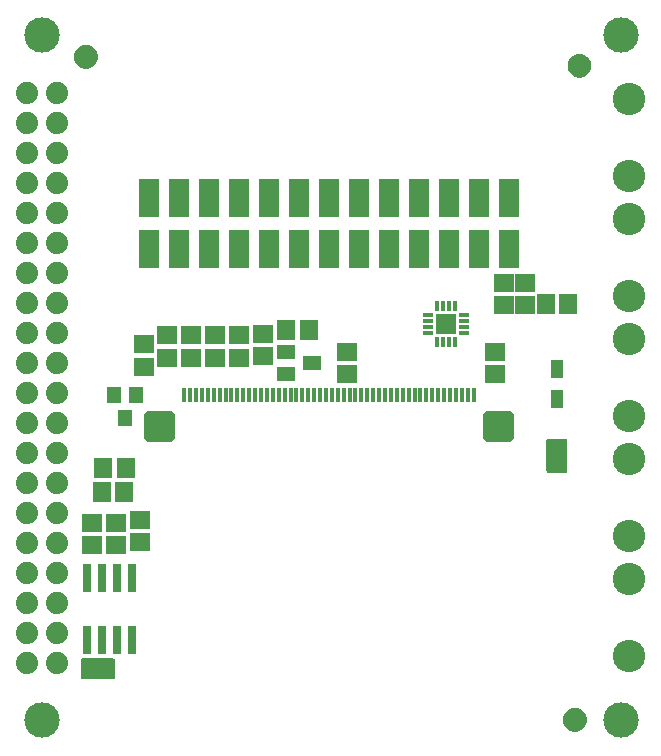
<source format=gbr>
G04 EAGLE Gerber RS-274X export*
G75*
%MOMM*%
%FSLAX34Y34*%
%LPD*%
%INSoldermask Top*%
%IPPOS*%
%AMOC8*
5,1,8,0,0,1.08239X$1,22.5*%
G01*
%ADD10R,1.703200X1.503200*%
%ADD11C,1.203200*%
%ADD12C,0.500000*%
%ADD13R,1.503200X1.703200*%
%ADD14R,1.603200X1.203200*%
%ADD15C,0.806991*%
%ADD16R,0.300000X1.300000*%
%ADD17R,1.703200X1.703200*%
%ADD18R,0.880000X0.350000*%
%ADD19R,0.350000X0.880000*%
%ADD20C,2.743200*%
%ADD21C,3.003200*%
%ADD22C,1.879600*%
%ADD23R,1.727200X3.251200*%
%ADD24R,1.203200X1.403200*%
%ADD25R,0.803200X2.403200*%
%ADD26R,1.371600X1.803400*%
%ADD27R,0.838200X0.406400*%
%ADD28R,1.803400X1.371600*%
%ADD29R,0.406400X0.838200*%
%ADD30R,1.003200X1.553200*%

G36*
X483988Y245126D02*
X483988Y245126D01*
X484107Y245133D01*
X484145Y245146D01*
X484186Y245151D01*
X484296Y245194D01*
X484409Y245231D01*
X484444Y245253D01*
X484481Y245268D01*
X484577Y245338D01*
X484678Y245401D01*
X484706Y245431D01*
X484739Y245454D01*
X484815Y245546D01*
X484896Y245633D01*
X484916Y245668D01*
X484941Y245699D01*
X484992Y245807D01*
X485050Y245911D01*
X485060Y245951D01*
X485077Y245987D01*
X485099Y246104D01*
X485129Y246219D01*
X485133Y246280D01*
X485137Y246300D01*
X485135Y246320D01*
X485139Y246380D01*
X485139Y271780D01*
X485124Y271898D01*
X485117Y272017D01*
X485104Y272055D01*
X485099Y272096D01*
X485056Y272206D01*
X485019Y272319D01*
X484997Y272354D01*
X484982Y272391D01*
X484913Y272487D01*
X484849Y272588D01*
X484819Y272616D01*
X484796Y272649D01*
X484704Y272725D01*
X484617Y272806D01*
X484582Y272826D01*
X484551Y272851D01*
X484443Y272902D01*
X484339Y272960D01*
X484299Y272970D01*
X484263Y272987D01*
X484146Y273009D01*
X484031Y273039D01*
X483971Y273043D01*
X483951Y273047D01*
X483930Y273045D01*
X483870Y273049D01*
X468630Y273049D01*
X468512Y273034D01*
X468393Y273027D01*
X468355Y273014D01*
X468314Y273009D01*
X468204Y272966D01*
X468091Y272929D01*
X468056Y272907D01*
X468019Y272892D01*
X467923Y272823D01*
X467822Y272759D01*
X467794Y272729D01*
X467761Y272706D01*
X467686Y272614D01*
X467604Y272527D01*
X467584Y272492D01*
X467559Y272461D01*
X467508Y272353D01*
X467450Y272249D01*
X467440Y272209D01*
X467423Y272173D01*
X467401Y272056D01*
X467371Y271941D01*
X467367Y271881D01*
X467363Y271861D01*
X467364Y271849D01*
X467363Y271846D01*
X467364Y271833D01*
X467361Y271780D01*
X467361Y246380D01*
X467376Y246262D01*
X467383Y246143D01*
X467396Y246105D01*
X467401Y246064D01*
X467444Y245954D01*
X467481Y245841D01*
X467503Y245806D01*
X467518Y245769D01*
X467588Y245673D01*
X467651Y245572D01*
X467681Y245544D01*
X467704Y245511D01*
X467796Y245436D01*
X467883Y245354D01*
X467918Y245334D01*
X467949Y245309D01*
X468057Y245258D01*
X468161Y245200D01*
X468201Y245190D01*
X468237Y245173D01*
X468354Y245151D01*
X468469Y245121D01*
X468530Y245117D01*
X468550Y245113D01*
X468570Y245115D01*
X468630Y245111D01*
X483870Y245111D01*
X483988Y245126D01*
G37*
G36*
X100448Y69866D02*
X100448Y69866D01*
X100567Y69873D01*
X100605Y69886D01*
X100646Y69891D01*
X100756Y69934D01*
X100869Y69971D01*
X100904Y69993D01*
X100941Y70008D01*
X101037Y70078D01*
X101138Y70141D01*
X101166Y70171D01*
X101199Y70194D01*
X101275Y70286D01*
X101356Y70373D01*
X101376Y70408D01*
X101401Y70439D01*
X101452Y70547D01*
X101510Y70651D01*
X101520Y70691D01*
X101537Y70727D01*
X101559Y70844D01*
X101589Y70959D01*
X101593Y71020D01*
X101597Y71040D01*
X101595Y71060D01*
X101599Y71120D01*
X101599Y86360D01*
X101584Y86478D01*
X101577Y86597D01*
X101564Y86635D01*
X101559Y86676D01*
X101516Y86786D01*
X101479Y86899D01*
X101457Y86934D01*
X101442Y86971D01*
X101373Y87067D01*
X101309Y87168D01*
X101279Y87196D01*
X101256Y87229D01*
X101164Y87305D01*
X101077Y87386D01*
X101042Y87406D01*
X101011Y87431D01*
X100903Y87482D01*
X100799Y87540D01*
X100759Y87550D01*
X100723Y87567D01*
X100606Y87589D01*
X100491Y87619D01*
X100431Y87623D01*
X100411Y87627D01*
X100390Y87625D01*
X100330Y87629D01*
X74930Y87629D01*
X74812Y87614D01*
X74693Y87607D01*
X74655Y87594D01*
X74614Y87589D01*
X74504Y87546D01*
X74391Y87509D01*
X74356Y87487D01*
X74319Y87472D01*
X74223Y87403D01*
X74122Y87339D01*
X74094Y87309D01*
X74061Y87286D01*
X73986Y87194D01*
X73904Y87107D01*
X73884Y87072D01*
X73859Y87041D01*
X73808Y86933D01*
X73750Y86829D01*
X73740Y86789D01*
X73723Y86753D01*
X73701Y86636D01*
X73671Y86521D01*
X73667Y86461D01*
X73663Y86441D01*
X73664Y86434D01*
X73663Y86432D01*
X73664Y86416D01*
X73661Y86360D01*
X73661Y71120D01*
X73676Y71002D01*
X73683Y70883D01*
X73696Y70845D01*
X73701Y70804D01*
X73744Y70694D01*
X73781Y70581D01*
X73803Y70546D01*
X73818Y70509D01*
X73888Y70413D01*
X73951Y70312D01*
X73981Y70284D01*
X74004Y70251D01*
X74096Y70176D01*
X74183Y70094D01*
X74218Y70074D01*
X74249Y70049D01*
X74357Y69998D01*
X74461Y69940D01*
X74501Y69930D01*
X74537Y69913D01*
X74654Y69891D01*
X74769Y69861D01*
X74830Y69857D01*
X74850Y69853D01*
X74870Y69855D01*
X74930Y69851D01*
X100330Y69851D01*
X100448Y69866D01*
G37*
D10*
X146050Y361290D03*
X146050Y342290D03*
X166370Y361290D03*
X166370Y342290D03*
X186690Y361290D03*
X186690Y342290D03*
X207010Y361290D03*
X207010Y342290D03*
X449580Y386740D03*
X449580Y405740D03*
D11*
X77470Y596900D03*
D12*
X77470Y589400D02*
X77651Y589402D01*
X77832Y589409D01*
X78013Y589420D01*
X78194Y589435D01*
X78374Y589455D01*
X78554Y589479D01*
X78733Y589507D01*
X78911Y589540D01*
X79088Y589577D01*
X79265Y589618D01*
X79440Y589663D01*
X79615Y589713D01*
X79788Y589767D01*
X79959Y589825D01*
X80130Y589887D01*
X80298Y589954D01*
X80465Y590024D01*
X80631Y590098D01*
X80794Y590177D01*
X80955Y590259D01*
X81115Y590345D01*
X81272Y590435D01*
X81427Y590529D01*
X81580Y590626D01*
X81730Y590728D01*
X81878Y590832D01*
X82024Y590941D01*
X82166Y591052D01*
X82306Y591168D01*
X82443Y591286D01*
X82578Y591408D01*
X82709Y591533D01*
X82837Y591661D01*
X82962Y591792D01*
X83084Y591927D01*
X83202Y592064D01*
X83318Y592204D01*
X83429Y592346D01*
X83538Y592492D01*
X83642Y592640D01*
X83744Y592790D01*
X83841Y592943D01*
X83935Y593098D01*
X84025Y593255D01*
X84111Y593415D01*
X84193Y593576D01*
X84272Y593739D01*
X84346Y593905D01*
X84416Y594072D01*
X84483Y594240D01*
X84545Y594411D01*
X84603Y594582D01*
X84657Y594755D01*
X84707Y594930D01*
X84752Y595105D01*
X84793Y595282D01*
X84830Y595459D01*
X84863Y595637D01*
X84891Y595816D01*
X84915Y595996D01*
X84935Y596176D01*
X84950Y596357D01*
X84961Y596538D01*
X84968Y596719D01*
X84970Y596900D01*
X77470Y589400D02*
X77289Y589402D01*
X77108Y589409D01*
X76927Y589420D01*
X76746Y589435D01*
X76566Y589455D01*
X76386Y589479D01*
X76207Y589507D01*
X76029Y589540D01*
X75852Y589577D01*
X75675Y589618D01*
X75500Y589663D01*
X75325Y589713D01*
X75152Y589767D01*
X74981Y589825D01*
X74810Y589887D01*
X74642Y589954D01*
X74475Y590024D01*
X74309Y590098D01*
X74146Y590177D01*
X73985Y590259D01*
X73825Y590345D01*
X73668Y590435D01*
X73513Y590529D01*
X73360Y590626D01*
X73210Y590728D01*
X73062Y590832D01*
X72916Y590941D01*
X72774Y591052D01*
X72634Y591168D01*
X72497Y591286D01*
X72362Y591408D01*
X72231Y591533D01*
X72103Y591661D01*
X71978Y591792D01*
X71856Y591927D01*
X71738Y592064D01*
X71622Y592204D01*
X71511Y592346D01*
X71402Y592492D01*
X71298Y592640D01*
X71196Y592790D01*
X71099Y592943D01*
X71005Y593098D01*
X70915Y593255D01*
X70829Y593415D01*
X70747Y593576D01*
X70668Y593739D01*
X70594Y593905D01*
X70524Y594072D01*
X70457Y594240D01*
X70395Y594411D01*
X70337Y594582D01*
X70283Y594755D01*
X70233Y594930D01*
X70188Y595105D01*
X70147Y595282D01*
X70110Y595459D01*
X70077Y595637D01*
X70049Y595816D01*
X70025Y595996D01*
X70005Y596176D01*
X69990Y596357D01*
X69979Y596538D01*
X69972Y596719D01*
X69970Y596900D01*
X69972Y597081D01*
X69979Y597262D01*
X69990Y597443D01*
X70005Y597624D01*
X70025Y597804D01*
X70049Y597984D01*
X70077Y598163D01*
X70110Y598341D01*
X70147Y598518D01*
X70188Y598695D01*
X70233Y598870D01*
X70283Y599045D01*
X70337Y599218D01*
X70395Y599389D01*
X70457Y599560D01*
X70524Y599728D01*
X70594Y599895D01*
X70668Y600061D01*
X70747Y600224D01*
X70829Y600385D01*
X70915Y600545D01*
X71005Y600702D01*
X71099Y600857D01*
X71196Y601010D01*
X71298Y601160D01*
X71402Y601308D01*
X71511Y601454D01*
X71622Y601596D01*
X71738Y601736D01*
X71856Y601873D01*
X71978Y602008D01*
X72103Y602139D01*
X72231Y602267D01*
X72362Y602392D01*
X72497Y602514D01*
X72634Y602632D01*
X72774Y602748D01*
X72916Y602859D01*
X73062Y602968D01*
X73210Y603072D01*
X73360Y603174D01*
X73513Y603271D01*
X73668Y603365D01*
X73825Y603455D01*
X73985Y603541D01*
X74146Y603623D01*
X74309Y603702D01*
X74475Y603776D01*
X74642Y603846D01*
X74810Y603913D01*
X74981Y603975D01*
X75152Y604033D01*
X75325Y604087D01*
X75500Y604137D01*
X75675Y604182D01*
X75852Y604223D01*
X76029Y604260D01*
X76207Y604293D01*
X76386Y604321D01*
X76566Y604345D01*
X76746Y604365D01*
X76927Y604380D01*
X77108Y604391D01*
X77289Y604398D01*
X77470Y604400D01*
X77651Y604398D01*
X77832Y604391D01*
X78013Y604380D01*
X78194Y604365D01*
X78374Y604345D01*
X78554Y604321D01*
X78733Y604293D01*
X78911Y604260D01*
X79088Y604223D01*
X79265Y604182D01*
X79440Y604137D01*
X79615Y604087D01*
X79788Y604033D01*
X79959Y603975D01*
X80130Y603913D01*
X80298Y603846D01*
X80465Y603776D01*
X80631Y603702D01*
X80794Y603623D01*
X80955Y603541D01*
X81115Y603455D01*
X81272Y603365D01*
X81427Y603271D01*
X81580Y603174D01*
X81730Y603072D01*
X81878Y602968D01*
X82024Y602859D01*
X82166Y602748D01*
X82306Y602632D01*
X82443Y602514D01*
X82578Y602392D01*
X82709Y602267D01*
X82837Y602139D01*
X82962Y602008D01*
X83084Y601873D01*
X83202Y601736D01*
X83318Y601596D01*
X83429Y601454D01*
X83538Y601308D01*
X83642Y601160D01*
X83744Y601010D01*
X83841Y600857D01*
X83935Y600702D01*
X84025Y600545D01*
X84111Y600385D01*
X84193Y600224D01*
X84272Y600061D01*
X84346Y599895D01*
X84416Y599728D01*
X84483Y599560D01*
X84545Y599389D01*
X84603Y599218D01*
X84657Y599045D01*
X84707Y598870D01*
X84752Y598695D01*
X84793Y598518D01*
X84830Y598341D01*
X84863Y598163D01*
X84891Y597984D01*
X84915Y597804D01*
X84935Y597624D01*
X84950Y597443D01*
X84961Y597262D01*
X84968Y597081D01*
X84970Y596900D01*
D11*
X491490Y35560D03*
D12*
X498990Y35560D02*
X498988Y35741D01*
X498981Y35922D01*
X498970Y36103D01*
X498955Y36284D01*
X498935Y36464D01*
X498911Y36644D01*
X498883Y36823D01*
X498850Y37001D01*
X498813Y37178D01*
X498772Y37355D01*
X498727Y37530D01*
X498677Y37705D01*
X498623Y37878D01*
X498565Y38049D01*
X498503Y38220D01*
X498436Y38388D01*
X498366Y38555D01*
X498292Y38721D01*
X498213Y38884D01*
X498131Y39045D01*
X498045Y39205D01*
X497955Y39362D01*
X497861Y39517D01*
X497764Y39670D01*
X497662Y39820D01*
X497558Y39968D01*
X497449Y40114D01*
X497338Y40256D01*
X497222Y40396D01*
X497104Y40533D01*
X496982Y40668D01*
X496857Y40799D01*
X496729Y40927D01*
X496598Y41052D01*
X496463Y41174D01*
X496326Y41292D01*
X496186Y41408D01*
X496044Y41519D01*
X495898Y41628D01*
X495750Y41732D01*
X495600Y41834D01*
X495447Y41931D01*
X495292Y42025D01*
X495135Y42115D01*
X494975Y42201D01*
X494814Y42283D01*
X494651Y42362D01*
X494485Y42436D01*
X494318Y42506D01*
X494150Y42573D01*
X493979Y42635D01*
X493808Y42693D01*
X493635Y42747D01*
X493460Y42797D01*
X493285Y42842D01*
X493108Y42883D01*
X492931Y42920D01*
X492753Y42953D01*
X492574Y42981D01*
X492394Y43005D01*
X492214Y43025D01*
X492033Y43040D01*
X491852Y43051D01*
X491671Y43058D01*
X491490Y43060D01*
X498990Y35560D02*
X498988Y35379D01*
X498981Y35198D01*
X498970Y35017D01*
X498955Y34836D01*
X498935Y34656D01*
X498911Y34476D01*
X498883Y34297D01*
X498850Y34119D01*
X498813Y33942D01*
X498772Y33765D01*
X498727Y33590D01*
X498677Y33415D01*
X498623Y33242D01*
X498565Y33071D01*
X498503Y32900D01*
X498436Y32732D01*
X498366Y32565D01*
X498292Y32399D01*
X498213Y32236D01*
X498131Y32075D01*
X498045Y31915D01*
X497955Y31758D01*
X497861Y31603D01*
X497764Y31450D01*
X497662Y31300D01*
X497558Y31152D01*
X497449Y31006D01*
X497338Y30864D01*
X497222Y30724D01*
X497104Y30587D01*
X496982Y30452D01*
X496857Y30321D01*
X496729Y30193D01*
X496598Y30068D01*
X496463Y29946D01*
X496326Y29828D01*
X496186Y29712D01*
X496044Y29601D01*
X495898Y29492D01*
X495750Y29388D01*
X495600Y29286D01*
X495447Y29189D01*
X495292Y29095D01*
X495135Y29005D01*
X494975Y28919D01*
X494814Y28837D01*
X494651Y28758D01*
X494485Y28684D01*
X494318Y28614D01*
X494150Y28547D01*
X493979Y28485D01*
X493808Y28427D01*
X493635Y28373D01*
X493460Y28323D01*
X493285Y28278D01*
X493108Y28237D01*
X492931Y28200D01*
X492753Y28167D01*
X492574Y28139D01*
X492394Y28115D01*
X492214Y28095D01*
X492033Y28080D01*
X491852Y28069D01*
X491671Y28062D01*
X491490Y28060D01*
X491309Y28062D01*
X491128Y28069D01*
X490947Y28080D01*
X490766Y28095D01*
X490586Y28115D01*
X490406Y28139D01*
X490227Y28167D01*
X490049Y28200D01*
X489872Y28237D01*
X489695Y28278D01*
X489520Y28323D01*
X489345Y28373D01*
X489172Y28427D01*
X489001Y28485D01*
X488830Y28547D01*
X488662Y28614D01*
X488495Y28684D01*
X488329Y28758D01*
X488166Y28837D01*
X488005Y28919D01*
X487845Y29005D01*
X487688Y29095D01*
X487533Y29189D01*
X487380Y29286D01*
X487230Y29388D01*
X487082Y29492D01*
X486936Y29601D01*
X486794Y29712D01*
X486654Y29828D01*
X486517Y29946D01*
X486382Y30068D01*
X486251Y30193D01*
X486123Y30321D01*
X485998Y30452D01*
X485876Y30587D01*
X485758Y30724D01*
X485642Y30864D01*
X485531Y31006D01*
X485422Y31152D01*
X485318Y31300D01*
X485216Y31450D01*
X485119Y31603D01*
X485025Y31758D01*
X484935Y31915D01*
X484849Y32075D01*
X484767Y32236D01*
X484688Y32399D01*
X484614Y32565D01*
X484544Y32732D01*
X484477Y32900D01*
X484415Y33071D01*
X484357Y33242D01*
X484303Y33415D01*
X484253Y33590D01*
X484208Y33765D01*
X484167Y33942D01*
X484130Y34119D01*
X484097Y34297D01*
X484069Y34476D01*
X484045Y34656D01*
X484025Y34836D01*
X484010Y35017D01*
X483999Y35198D01*
X483992Y35379D01*
X483990Y35560D01*
X483992Y35741D01*
X483999Y35922D01*
X484010Y36103D01*
X484025Y36284D01*
X484045Y36464D01*
X484069Y36644D01*
X484097Y36823D01*
X484130Y37001D01*
X484167Y37178D01*
X484208Y37355D01*
X484253Y37530D01*
X484303Y37705D01*
X484357Y37878D01*
X484415Y38049D01*
X484477Y38220D01*
X484544Y38388D01*
X484614Y38555D01*
X484688Y38721D01*
X484767Y38884D01*
X484849Y39045D01*
X484935Y39205D01*
X485025Y39362D01*
X485119Y39517D01*
X485216Y39670D01*
X485318Y39820D01*
X485422Y39968D01*
X485531Y40114D01*
X485642Y40256D01*
X485758Y40396D01*
X485876Y40533D01*
X485998Y40668D01*
X486123Y40799D01*
X486251Y40927D01*
X486382Y41052D01*
X486517Y41174D01*
X486654Y41292D01*
X486794Y41408D01*
X486936Y41519D01*
X487082Y41628D01*
X487230Y41732D01*
X487380Y41834D01*
X487533Y41931D01*
X487688Y42025D01*
X487845Y42115D01*
X488005Y42201D01*
X488166Y42283D01*
X488329Y42362D01*
X488495Y42436D01*
X488662Y42506D01*
X488830Y42573D01*
X489001Y42635D01*
X489172Y42693D01*
X489345Y42747D01*
X489520Y42797D01*
X489695Y42842D01*
X489872Y42883D01*
X490049Y42920D01*
X490227Y42953D01*
X490406Y42981D01*
X490586Y43005D01*
X490766Y43025D01*
X490947Y43040D01*
X491128Y43051D01*
X491309Y43058D01*
X491490Y43060D01*
D13*
X247040Y365760D03*
X266040Y365760D03*
D10*
X431800Y386740D03*
X431800Y405740D03*
X298450Y347320D03*
X298450Y328320D03*
D14*
X268810Y337820D03*
X246810Y328320D03*
X246810Y347320D03*
D15*
X148691Y274929D02*
X130729Y274929D01*
X130729Y292891D01*
X148691Y292891D01*
X148691Y274929D01*
X148691Y282595D02*
X130729Y282595D01*
X130729Y290261D02*
X148691Y290261D01*
X417729Y274929D02*
X435691Y274929D01*
X417729Y274929D02*
X417729Y292891D01*
X435691Y292891D01*
X435691Y274929D01*
X435691Y282595D02*
X417729Y282595D01*
X417729Y290261D02*
X435691Y290261D01*
D16*
X405710Y310810D03*
X400710Y310810D03*
X395710Y310810D03*
X385710Y310810D03*
X390710Y310810D03*
X380710Y310810D03*
X375710Y310810D03*
X370710Y310810D03*
X365710Y310810D03*
X355710Y310810D03*
X360710Y310810D03*
X350710Y310810D03*
X345710Y310810D03*
X340710Y310810D03*
X335710Y310810D03*
X325710Y310810D03*
X330710Y310810D03*
X320710Y310810D03*
X315710Y310810D03*
X310710Y310810D03*
X305710Y310810D03*
X295710Y310810D03*
X300710Y310810D03*
X290710Y310810D03*
X285710Y310810D03*
X280710Y310810D03*
X275710Y310810D03*
X265710Y310810D03*
X270710Y310810D03*
X260710Y310810D03*
X255710Y310810D03*
X250710Y310810D03*
X245710Y310810D03*
X235710Y310810D03*
X240710Y310810D03*
X230710Y310810D03*
X225710Y310810D03*
X220710Y310810D03*
X215710Y310810D03*
X205710Y310810D03*
X210710Y310810D03*
X200710Y310810D03*
X195710Y310810D03*
X190710Y310810D03*
X185710Y310810D03*
X175710Y310810D03*
X180710Y310810D03*
X170710Y310810D03*
X165710Y310810D03*
X160710Y310810D03*
D10*
X227330Y343560D03*
X227330Y362560D03*
D17*
X382270Y370840D03*
D18*
X397270Y363340D03*
X397270Y368340D03*
X397270Y373340D03*
X397270Y378340D03*
D19*
X389770Y385840D03*
X384770Y385840D03*
X379770Y385840D03*
X374770Y385840D03*
D18*
X367270Y378340D03*
X367270Y373340D03*
X367270Y368340D03*
X367270Y363340D03*
D19*
X374770Y355840D03*
X379770Y355840D03*
X384770Y355840D03*
X389770Y355840D03*
D13*
X485750Y387350D03*
X466750Y387350D03*
D10*
X424180Y328320D03*
X424180Y347320D03*
D13*
X90830Y228600D03*
X109830Y228600D03*
X92100Y248920D03*
X111100Y248920D03*
D11*
X495300Y589280D03*
D12*
X487800Y589280D02*
X487802Y589099D01*
X487809Y588918D01*
X487820Y588737D01*
X487835Y588556D01*
X487855Y588376D01*
X487879Y588196D01*
X487907Y588017D01*
X487940Y587839D01*
X487977Y587662D01*
X488018Y587485D01*
X488063Y587310D01*
X488113Y587135D01*
X488167Y586962D01*
X488225Y586791D01*
X488287Y586620D01*
X488354Y586452D01*
X488424Y586285D01*
X488498Y586119D01*
X488577Y585956D01*
X488659Y585795D01*
X488745Y585635D01*
X488835Y585478D01*
X488929Y585323D01*
X489026Y585170D01*
X489128Y585020D01*
X489232Y584872D01*
X489341Y584726D01*
X489452Y584584D01*
X489568Y584444D01*
X489686Y584307D01*
X489808Y584172D01*
X489933Y584041D01*
X490061Y583913D01*
X490192Y583788D01*
X490327Y583666D01*
X490464Y583548D01*
X490604Y583432D01*
X490746Y583321D01*
X490892Y583212D01*
X491040Y583108D01*
X491190Y583006D01*
X491343Y582909D01*
X491498Y582815D01*
X491655Y582725D01*
X491815Y582639D01*
X491976Y582557D01*
X492139Y582478D01*
X492305Y582404D01*
X492472Y582334D01*
X492640Y582267D01*
X492811Y582205D01*
X492982Y582147D01*
X493155Y582093D01*
X493330Y582043D01*
X493505Y581998D01*
X493682Y581957D01*
X493859Y581920D01*
X494037Y581887D01*
X494216Y581859D01*
X494396Y581835D01*
X494576Y581815D01*
X494757Y581800D01*
X494938Y581789D01*
X495119Y581782D01*
X495300Y581780D01*
X487800Y589280D02*
X487802Y589461D01*
X487809Y589642D01*
X487820Y589823D01*
X487835Y590004D01*
X487855Y590184D01*
X487879Y590364D01*
X487907Y590543D01*
X487940Y590721D01*
X487977Y590898D01*
X488018Y591075D01*
X488063Y591250D01*
X488113Y591425D01*
X488167Y591598D01*
X488225Y591769D01*
X488287Y591940D01*
X488354Y592108D01*
X488424Y592275D01*
X488498Y592441D01*
X488577Y592604D01*
X488659Y592765D01*
X488745Y592925D01*
X488835Y593082D01*
X488929Y593237D01*
X489026Y593390D01*
X489128Y593540D01*
X489232Y593688D01*
X489341Y593834D01*
X489452Y593976D01*
X489568Y594116D01*
X489686Y594253D01*
X489808Y594388D01*
X489933Y594519D01*
X490061Y594647D01*
X490192Y594772D01*
X490327Y594894D01*
X490464Y595012D01*
X490604Y595128D01*
X490746Y595239D01*
X490892Y595348D01*
X491040Y595452D01*
X491190Y595554D01*
X491343Y595651D01*
X491498Y595745D01*
X491655Y595835D01*
X491815Y595921D01*
X491976Y596003D01*
X492139Y596082D01*
X492305Y596156D01*
X492472Y596226D01*
X492640Y596293D01*
X492811Y596355D01*
X492982Y596413D01*
X493155Y596467D01*
X493330Y596517D01*
X493505Y596562D01*
X493682Y596603D01*
X493859Y596640D01*
X494037Y596673D01*
X494216Y596701D01*
X494396Y596725D01*
X494576Y596745D01*
X494757Y596760D01*
X494938Y596771D01*
X495119Y596778D01*
X495300Y596780D01*
X495481Y596778D01*
X495662Y596771D01*
X495843Y596760D01*
X496024Y596745D01*
X496204Y596725D01*
X496384Y596701D01*
X496563Y596673D01*
X496741Y596640D01*
X496918Y596603D01*
X497095Y596562D01*
X497270Y596517D01*
X497445Y596467D01*
X497618Y596413D01*
X497789Y596355D01*
X497960Y596293D01*
X498128Y596226D01*
X498295Y596156D01*
X498461Y596082D01*
X498624Y596003D01*
X498785Y595921D01*
X498945Y595835D01*
X499102Y595745D01*
X499257Y595651D01*
X499410Y595554D01*
X499560Y595452D01*
X499708Y595348D01*
X499854Y595239D01*
X499996Y595128D01*
X500136Y595012D01*
X500273Y594894D01*
X500408Y594772D01*
X500539Y594647D01*
X500667Y594519D01*
X500792Y594388D01*
X500914Y594253D01*
X501032Y594116D01*
X501148Y593976D01*
X501259Y593834D01*
X501368Y593688D01*
X501472Y593540D01*
X501574Y593390D01*
X501671Y593237D01*
X501765Y593082D01*
X501855Y592925D01*
X501941Y592765D01*
X502023Y592604D01*
X502102Y592441D01*
X502176Y592275D01*
X502246Y592108D01*
X502313Y591940D01*
X502375Y591769D01*
X502433Y591598D01*
X502487Y591425D01*
X502537Y591250D01*
X502582Y591075D01*
X502623Y590898D01*
X502660Y590721D01*
X502693Y590543D01*
X502721Y590364D01*
X502745Y590184D01*
X502765Y590004D01*
X502780Y589823D01*
X502791Y589642D01*
X502798Y589461D01*
X502800Y589280D01*
X502798Y589099D01*
X502791Y588918D01*
X502780Y588737D01*
X502765Y588556D01*
X502745Y588376D01*
X502721Y588196D01*
X502693Y588017D01*
X502660Y587839D01*
X502623Y587662D01*
X502582Y587485D01*
X502537Y587310D01*
X502487Y587135D01*
X502433Y586962D01*
X502375Y586791D01*
X502313Y586620D01*
X502246Y586452D01*
X502176Y586285D01*
X502102Y586119D01*
X502023Y585956D01*
X501941Y585795D01*
X501855Y585635D01*
X501765Y585478D01*
X501671Y585323D01*
X501574Y585170D01*
X501472Y585020D01*
X501368Y584872D01*
X501259Y584726D01*
X501148Y584584D01*
X501032Y584444D01*
X500914Y584307D01*
X500792Y584172D01*
X500667Y584041D01*
X500539Y583913D01*
X500408Y583788D01*
X500273Y583666D01*
X500136Y583548D01*
X499996Y583432D01*
X499854Y583321D01*
X499708Y583212D01*
X499560Y583108D01*
X499410Y583006D01*
X499257Y582909D01*
X499102Y582815D01*
X498945Y582725D01*
X498785Y582639D01*
X498624Y582557D01*
X498461Y582478D01*
X498295Y582404D01*
X498128Y582334D01*
X497960Y582267D01*
X497789Y582205D01*
X497618Y582147D01*
X497445Y582093D01*
X497270Y582043D01*
X497095Y581998D01*
X496918Y581957D01*
X496741Y581920D01*
X496563Y581887D01*
X496384Y581859D01*
X496204Y581835D01*
X496024Y581815D01*
X495843Y581800D01*
X495662Y581789D01*
X495481Y581782D01*
X495300Y581780D01*
D20*
X537210Y292620D03*
X537210Y357620D03*
X537210Y495820D03*
X537210Y560820D03*
X537210Y394220D03*
X537210Y459220D03*
X537210Y191020D03*
X537210Y256020D03*
D21*
X530150Y615240D03*
X40150Y615240D03*
X40150Y35240D03*
X530150Y35240D03*
D22*
X52850Y566540D03*
X27450Y566540D03*
X52850Y541140D03*
X27450Y541140D03*
X52850Y515740D03*
X27450Y515740D03*
X52850Y490340D03*
X27450Y490340D03*
X52850Y464940D03*
X27450Y464940D03*
X52850Y439540D03*
X27450Y439540D03*
X52850Y414140D03*
X27450Y414140D03*
X52850Y388740D03*
X27450Y388740D03*
X52850Y363340D03*
X27450Y363340D03*
X52850Y337940D03*
X27450Y337940D03*
X52850Y312540D03*
X27450Y312540D03*
X52850Y287140D03*
X27450Y287140D03*
X52850Y261740D03*
X27450Y261740D03*
X52850Y236340D03*
X27450Y236340D03*
X52850Y210940D03*
X27450Y210940D03*
X52850Y185540D03*
X27450Y185540D03*
X52850Y160140D03*
X27450Y160140D03*
X52850Y134740D03*
X27450Y134740D03*
X52850Y109340D03*
X27450Y109340D03*
X52850Y83940D03*
X27450Y83940D03*
D23*
X130810Y477520D03*
X130810Y434340D03*
X156210Y477520D03*
X156210Y434340D03*
X181610Y434340D03*
X181610Y477520D03*
X207010Y434340D03*
X207010Y477520D03*
X232410Y434340D03*
X232410Y477520D03*
X257810Y434340D03*
X257810Y477520D03*
X283210Y434340D03*
X283210Y477520D03*
X308610Y434340D03*
X308610Y477520D03*
X334010Y434340D03*
X334010Y477520D03*
X359410Y434340D03*
X359410Y477520D03*
X384810Y434340D03*
X384810Y477520D03*
X410210Y434340D03*
X410210Y477520D03*
X435610Y434340D03*
X435610Y477520D03*
D24*
X110490Y290990D03*
X100990Y310990D03*
X119990Y310990D03*
D10*
X127000Y334670D03*
X127000Y353670D03*
D25*
X91440Y103540D03*
X91440Y155540D03*
X78740Y103540D03*
X104140Y103540D03*
X116840Y103540D03*
X78740Y155540D03*
X104140Y155540D03*
X116840Y155540D03*
D10*
X123190Y186080D03*
X123190Y205080D03*
X102870Y183540D03*
X102870Y202540D03*
X82550Y183540D03*
X82550Y202540D03*
D26*
X95250Y78740D03*
X80010Y78740D03*
D27*
X87630Y78740D03*
D20*
X537210Y89420D03*
X537210Y154420D03*
D28*
X476250Y251460D03*
X476250Y266700D03*
D29*
X476250Y259080D03*
D30*
X476250Y307340D03*
X476250Y332740D03*
M02*

</source>
